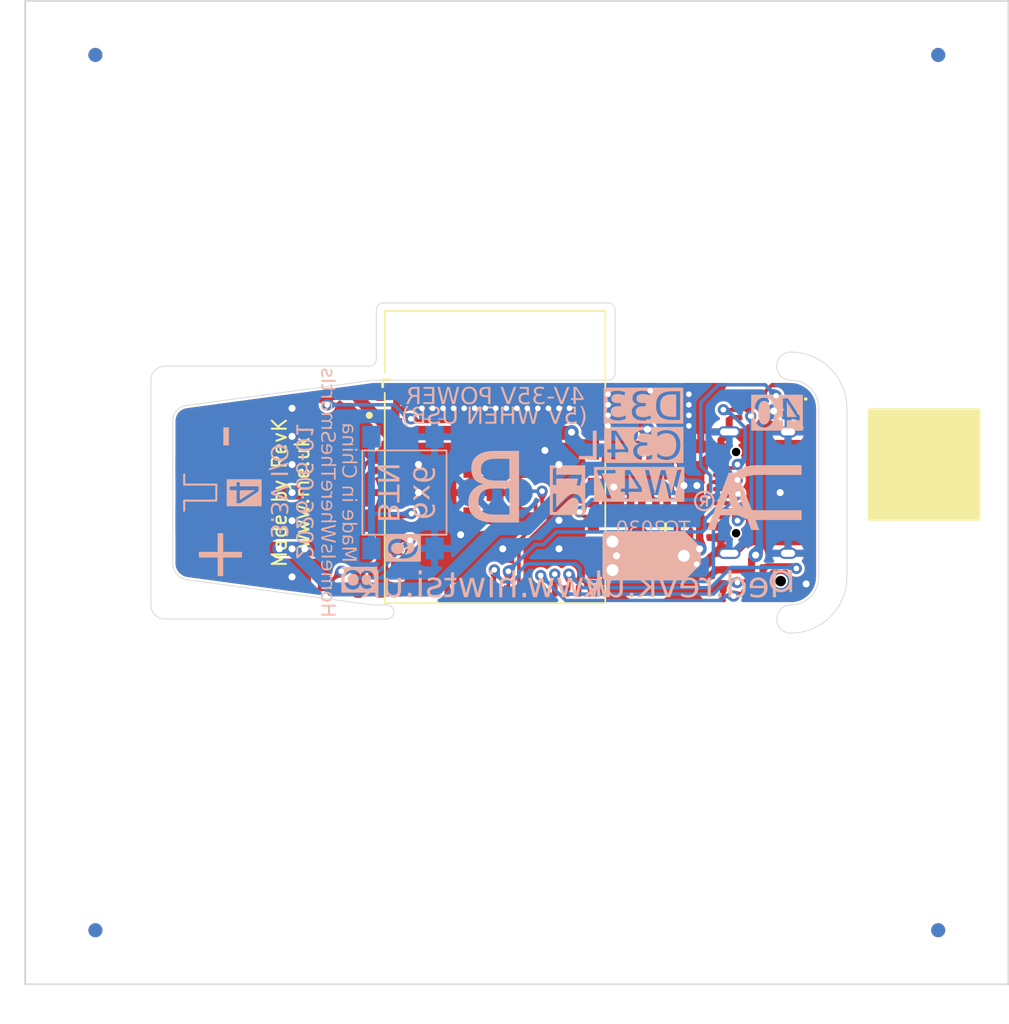
<source format=kicad_pcb>
(kicad_pcb (version 20241129) (generator "pcbnew") (generator_version "9.0")
  (title_block (title "PCB-LEDC") (rev "1") (company "Adrian Kennard, Andrews & Arnold Ltd"))
  (layers (0 "F.Cu" signal) (2 "B.Cu" signal) (13 "F.Paste" user) (15 "B.Paste" user) (5 "F.SilkS" user "F.Silkscreen") (7 "B.SilkS" user "B.Silkscreen") (1 "F.Mask" user) (3 "B.Mask" user) (25 "Edge.Cuts" user))
  (net 0 "")
  (net 1 "GND")
  (net 2 "+3V3")
  (net 3 "Net-(J5-CC1)")
  (net 4 "D+")
  (net 5 "D-")
  (net 7 "Net-(J5-CC2)")
  (net 9 "Net-(U6-EN)")
  (net 20 "LED")
  (net 24 "BLINK")
  (net 26 "DC")
  (net 28 "Net-(J1-Pin_2)")
  (net 34 "ADC")
  (net 42 "WS")
  (net 43 "SD")
  (net 44 "SCK")
  (net 51 "PUSH")
  (footprint "RevK:L_4x4_" (layer "F.Cu") (at 109.4 94.175 180)
    (property "Reference" "L2" (hide yes))
    (property "Value" "10uH")
  )
  (footprint "RevK:DFN1006-2L" (layer "F.Cu") (at 89.8 98 -90)
    (property "Reference" "D2" (hide yes))
    (property "Value" "~")
  )
  (footprint "RevK:R_0402_" (layer "F.Cu") (at 111.2 100.675 180)
    (property "Reference" "R15" (hide yes))
    (property "Value" "1M" (hide yes))
  )
  (footprint "RevK:R_0402" (layer "F.Cu") (at 87.4 106.9 180)
    (property "Reference" "R1" (hide yes))
    (property "Value" "124K" (hide yes))
  )
  (footprint "RevK:R_0402" (layer "F.Cu") (at 85.6 106.7 180)
    (property "Reference" "R3" (hide yes))
    (property "Value" "10K" (hide yes))
  )
  (footprint "RevK:C_0603_" (layer "F.Cu") (at 109.4 96.775 180)
    (property "Reference" "C12" (hide yes))
    (property "Value" "100nF")
  )
  (footprint "RevK:C_0603" (layer "F.Cu") (at 112.196219 101.967758)
    (property "Reference" "C5" (hide yes))
    (property "Value" "10uF 35V")
  )
  (footprint "RevK:C_0402" (layer "F.Cu") (at 113.8 106.4 90)
    (property "Reference" "C13" (hide yes))
    (property "Value" "100nF" (hide yes))
  )
  (footprint "RevK:VCUT70N" (layer "F.Cu") (at 100 92)
    (property "Reference" "V1" (hide yes))
    (property "Value" "~")
  )
  (footprint "RevK:C_0402" (layer "F.Cu") (at 114.7 106 90)
    (property "Reference" "C8" (hide yes))
    (property "Value" "100nF" (hide yes))
  )
  (footprint "RevK:R_0402" (layer "F.Cu") (at 87.4 93.1 180)
    (property "Reference" "R2" (hide yes))
    (property "Value" "10K" (hide yes))
  )
  (footprint "RevK:CP_EIA-3528-21_Kemet-B" (layer "F.Cu") (at 109.24 104.9 90)
    (property "Reference" "C1" (hide yes))
    (property "Value" "220uF Tant")
  )
  (footprint "RevK:C_0402" (layer "F.Cu") (at 117.5 93.5 90)
    (property "Reference" "C4" (hide yes))
    (property "Value" "100nF" (hide yes))
  )
  (footprint "RevK:R_0402_" (layer "F.Cu") (at 107.599999 100.675 180)
    (property "Reference" "R14" (hide yes))
    (property "Value" "39k2" (hide yes))
  )
  (footprint "RevK:C_0603" (layer "F.Cu") (at 89.5 107)
    (property "Reference" "C6" (hide yes))
    (property "Value" "10uF 35V")
  )
  (footprint "RevK:USB-C-Socket-H" (layer "F.Cu") (at 115.61 100 90)
    (property "Reference" "J5" (hide yes))
    (property "Value" "USB-C-Socket-H")
  )
  (footprint "RevK:R_0402_" (layer "F.Cu") (at 109.4 100.675 180)
    (property "Reference" "R4" (hide yes))
    (property "Value" "124k" (hide yes))
  )
  (footprint "RevK:SMD1010" (layer "F.Cu") (at 119.7 93.601041 -135)
    (property "Reference" "D1" (hide yes))
    (property "Value" "XL-1010RGBC-WS2812B" (hide yes))
  )
  (footprint "RevK:C_0402" (layer "F.Cu") (at 85.6 93.3 180)
    (property "Reference" "C9" (hide yes))
    (property "Value" "1uF" (hide yes))
  )
  (footprint "RevK:VCUT70N" (layer "F.Cu") (at 100 108 180)
    (property "Reference" "V2" (hide yes))
    (property "Value" "~")
  )
  (footprint "RevK:PCB7070" (layer "F.Cu") (at 100 100)
    (property "Reference" "PCB1" (hide yes))
    (property "Value" "70x70" (hide yes))
    (fp_line (start -35 -35) (end 35 -35) (stroke (width 0.12)) (layer "Edge.Cuts"))
    (fp_line (start -35 35) (end -35 -35) (stroke (width 0.12)) (layer "Edge.Cuts"))
    (fp_line (start 35 -35) (end 35 35) (stroke (width 0.12)) (layer "Edge.Cuts"))
    (fp_line (start 35 35) (end -35 35) (stroke (width 0.12)) (layer "Edge.Cuts"))
  )
  (footprint "RevK:SOT-23-6-MD8942" (layer "F.Cu") (at 109.4 98.775 180)
    (property "Reference" "U7" (hide yes))
    (property "Value" "MD8942")
  )
  (footprint "RevK:C_0603" (layer "F.Cu") (at 107.65 101.9 180)
    (property "Reference" "C3" (hide yes))
    (property "Value" "22uF")
  )
  (footprint "RevK:R_0402" (layer "F.Cu") (at 116.5 93.5 90)
    (property "Reference" "R5" (hide yes))
    (property "Value" "5K1" (hide yes))
  )
  (footprint "RevK:ICS43434_MEMS_Mic" (layer "F.Cu") (at 118 106.3)
    (property "Reference" "U1" (hide yes))
    (property "Value" "ICS43434_MEMS_Mic")
  )
  (footprint "RevK:C_0603_" (layer "F.Cu") (at 111.9 97.475 -90)
    (property "Reference" "C10" (hide yes))
    (property "Value" "10uF 35V")
  )
  (footprint "RevK:C_0402" (layer "F.Cu") (at 109.896745 101.979436)
    (property "Reference" "C2" (hide yes))
    (property "Value" "100nF" (hide yes))
  )
  (footprint "RevK:R_0402" (layer "F.Cu") (at 115.6 93.5 -90)
    (property "Reference" "R6" (hide yes))
    (property "Value" "5K1" (hide yes))
  )
  (footprint "RevK:C_0603" (layer "F.Cu") (at 89.5 93)
    (property "Reference" "C7" (hide yes))
    (property "Value" "10uF 35V")
  )
  (footprint "RevK:C_0603_" (layer "F.Cu") (at 106.9 97.475 -90)
    (property "Reference" "C11" (hide yes))
    (property "Value" "10uF 6.3V")
  )
  (footprint "RevK:C_0603" (layer "F.Cu") (at 113.1 97.5 90)
    (property "Reference" "C14" (hide yes))
    (property "Value" "10uF 35V")
  )
  (footprint "RevK:ESP32-S3-MINI-1" (layer "F.Cu") (at 98.45 100)
    (property "Reference" "U6" (hide yes))
    (property "Value" "ESP32-S3-MINI-1" (hide yes))
  )
  (footprint "RevK:WAGO-2060-453-998-404" (layer "F.Cu") (at 83.5 100)
    (property "Reference" "J2" (hide yes))
    (property "Value" "Wago")
  )
  (footprint "RevK:SW_Push_1P1T_NO_6x6mm" (layer "B.Cu") (at 91.9 100 -90)
    (property "Reference" "SW1" (hide yes))
    (property "Value" "Button")
  )
  (footprint "RevK:AA-Pad" (layer "B.Cu") (at 98.45 100 180)
    (property "Reference" "J1" (hide yes))
    (property "Value" "Reset")
  )
  (footprint "RevK:Tag-Connect_TC2030-IDC-NL_2x03_P1.27mm_Vertical" (layer "B.Cu") (at 109.35 104.5 180)
    (property "Reference" "J3" (hide yes))
    (property "Value" "TC2030-USB-NL-DS")
  )
  (gr_rect (start 125 94) (end 133 102) (fill yes) (layer "F.SilkS"))
  (gr_line (start 119.5 107) (end 119.5 105.6) (stroke (width 0.2)) (layer "B.SilkS"))
  (gr_rect (start 89 97) (end 95 103) (stroke (width 0.12)) (fill no) (layer "B.SilkS"))
  (gr_circle (center 118.8 106.3) (end 119.5 106.3) (stroke (width 0.2)) (fill no) (layer "B.SilkS"))
  (gr_line (start 107 87) (end 107 91.5) (stroke (width 0.05)) (layer "Edge.Cuts"))
  (gr_line (start 90.75 108) (end 89.750089 108) (stroke (width 0.05)) (layer "Edge.Cuts"))
  (gr_arc (start 90 90.5) (mid 89.853553 90.853553) (end 89.5 91) (stroke (width 0.05)) (layer "Edge.Cuts"))
  (gr_arc (start 119.5 110) (mid 118.5 109) (end 119.5 108) (stroke (width 0.05)) (layer "Edge.Cuts"))
  (gr_line (start 90.75 92) (end 89.750089 92) (stroke (width 0.05)) (layer "Edge.Cuts"))
  (gr_line (start 73.950089 92) (end 73.950089 108) (stroke (width 0.05)) (layer "Edge.Cuts"))
  (gr_line (start 89.750089 92) (end 76.470089 93.8) (stroke (width 0.05)) (layer "Edge.Cuts"))
  (gr_arc (start 90 87) (mid 90.146447 86.646447) (end 90.5 86.5) (stroke (width 0.05)) (layer "Edge.Cuts"))
  (gr_arc (start 123.5 106) (mid 122.328427 108.828427) (end 119.5 110) (stroke (width 0.05)) (layer "Edge.Cuts"))
  (gr_arc (start 106.5 86.5) (mid 106.853553 86.646447) (end 107 87) (stroke (width 0.05)) (layer "Edge.Cuts"))
  (gr_arc (start 119.5 92) (mid 120.914214 92.585786) (end 121.5 94) (stroke (width 0.05)) (layer "Edge.Cuts"))
  (gr_arc (start 75.5 94.91) (mid 75.776698 94.172913) (end 76.470089 93.8) (stroke (width 0.05)) (layer "Edge.Cuts"))
  (gr_line (start 89.750089 108) (end 76.533663 106.205556) (stroke (width 0.05)) (layer "Edge.Cuts"))
  (gr_line (start 90.75 109) (end 74.950089 109) (stroke (width 0.05)) (layer "Edge.Cuts"))
  (gr_arc (start 119.5 92) (mid 118.5 91) (end 119.5 90) (stroke (width 0.05)) (layer "Edge.Cuts"))
  (gr_line (start 75.95 91) (end 74.950089 91) (stroke (width 0.05)) (layer "Edge.Cuts"))
  (gr_arc (start 90.75 108) (mid 91.25 108.5) (end 90.75 109) (stroke (width 0.05)) (layer "Edge.Cuts"))
  (gr_arc (start 121.5 106) (mid 120.914214 107.414214) (end 119.5 108) (stroke (width 0.05)) (layer "Edge.Cuts"))
  (gr_arc (start 76.533663 106.205556) (mid 75.794902 105.808232) (end 75.500089 105.022916) (stroke (width 0.05)) (layer "Edge.Cuts"))
  (gr_line (start 121.5 94) (end 121.5 106) (stroke (width 0.05)) (layer "Edge.Cuts"))
  (gr_arc (start 73.950089 92) (mid 74.242982 91.292889) (end 74.950089 91) (stroke (width 0.05)) (layer "Edge.Cuts"))
  (gr_line (start 90.75 92) (end 106.5 92) (stroke (width 0.05)) (layer "Edge.Cuts"))
  (gr_line (start 89.5 91) (end 75.95 91) (stroke (width 0.05)) (layer "Edge.Cuts"))
  (gr_line (start 90.5 86.5) (end 106.5 86.5) (stroke (width 0.05)) (layer "Edge.Cuts"))
  (gr_line (start 123.5 106) (end 123.5 94) (stroke (width 0.05)) (layer "Edge.Cuts"))
  (gr_arc (start 119.5 90) (mid 122.328427 91.171573) (end 123.5 94) (stroke (width 0.05)) (layer "Edge.Cuts"))
  (gr_line (start 90 87) (end 90 90.5) (stroke (width 0.05)) (layer "Edge.Cuts"))
  (gr_arc (start 74.950089 109) (mid 74.242989 108.707103) (end 73.950089 108) (stroke (width 0.05)) (layer "Edge.Cuts"))
  (gr_line (start 75.5 94.91) (end 75.500089 105.022916) (stroke (width 0.05)) (layer "Edge.Cuts"))
  (gr_arc (start 107 91.5) (mid 106.853553 91.853553) (end 106.5 92) (stroke (width 0.05)) (layer "Edge.Cuts"))
  (gr_text "Made by RevK\nwww.me.uk" (at 85.3 100 90) (layer "F.SilkS") (effects (font (size 1 1)) (justify bottom)))
  (gr_text "HomeIsWhereTheSmartIs" (at 86.5 100 -90) (layer "B.SilkS") (effects (font (size 1 1)) (justify mirror)))
  (gr_text "3.3V I/O" (at 83 99.9 -90) (layer "B.SilkS") (effects (font (size 1.2 1.2)) (justify mirror)))
  (gr_text "C34" (at 111.8 96.8 0) (layer "B.SilkS" knockout) (effects (font (size 2 2)) (justify left mirror)))
  (gr_text "D33" (at 111.9 94 0) (layer "B.SilkS" knockout) (effects (font (size 2 2)) (justify left mirror)))
  (gr_text "4V-35V POWER" (at 98.45 92.5 0) (layer "B.SilkS") (effects (font (size 1.2 1.2)) (justify top mirror)))
  (gr_text "${CURRENT_DATE}" (at 85.5 99.9 -90) (layer "B.SilkS") (effects (font (size 1.2 1.2)) (justify top mirror)))
  (gr_text "6x6\nBTN" (at 92 100 270) (layer "B.SilkS") (effects (font (size 1.5 1.5)) (justify mirror)))
  (gr_text "+" (at 78.9 104.5 0) (layer "B.SilkS") (effects (font (size 3.5 3.5)) (justify mirror)))
  (gr_text "U" (at 117.25 100 -90) (layer "B.SilkS") (effects (font (size 5 5)) (justify mirror)))
  (gr_text "21" (at 103.4 99.8 -90) (layer "B.SilkS" knockout) (effects (font (size 2 2)) (justify mirror)))
  (gr_text "4" (at 80.4 100 -90) (layer "B.SilkS" knockout) (effects (font (size 2 2)) (justify mirror)))
  (gr_text "®" (at 114.3 101.2 0) (layer "B.SilkS") (effects (font (size 1 1)) (justify left bottom mirror)))
  (gr_text "led.revk.uk" (at 111.7 106.7 0) (layer "B.SilkS") (effects (font (size 1.8 1.8)) (justify mirror)))
  (gr_text "-" (at 79.2 96 90) (layer "B.SilkS") (effects (font (size 3.5 3.5)) (justify mirror)))
  (gr_text "W47" (at 111.8 99.6 0) (layer "B.SilkS" knockout) (effects (font (size 2 2)) (justify left mirror)))
  (gr_text "L" (at 104.4 96.8 0) (layer "B.SilkS") (effects (font (size 2 2)) (justify right mirror)))
  (gr_text "Made in China" (at 88 100 -90) (layer "B.SilkS") (effects (font (size 1 1)) (justify mirror)))
  (gr_text "8" (at 88.6 106.2 -90) (layer "B.SilkS" knockout) (effects (font (size 2 2)) (justify mirror)))
  (gr_text "TC2030" (at 109.7 102.6 0) (layer "B.SilkS") (effects (font (size 1 1)) (justify mirror)))
  (gr_text "(5V WHEN USB)" (at 98.4 93.9 0) (layer "B.SilkS") (effects (font (size 1.2 1.2)) (justify top mirror)))
  (gr_text "⎍" (at 77.7 100 -90) (layer "B.SilkS") (effects (font (size 3 3)) (justify mirror)))
  (gr_text "40" (at 118.5 94.5 0) (layer "B.SilkS" knockout) (effects (font (size 2 2)) (justify mirror)))
  (gr_text "www.hiwtsi.uk" (at 97.9 106.7 0) (layer "B.SilkS") (effects (font (size 1.8 1.8)) (justify mirror)))
  (gr_text "A" (at 115.4 101 0) (layer "B.SilkS") (effects (font (size 4 4)) (justify mirror)))
  (gr_text "6" (at 91.7 104 270) (layer "B.SilkS" knockout) (effects (font (size 2 2)) (justify mirror)))
  (segment (start 111.09 104.168629) (end 111.09 104.89) (width 0.5) (layer "F.Cu") (net 1))
  (segment (start 106.45 93.75) (end 106.45 94.5) (width 0.8) (layer "F.Cu") (net 1))
  (segment (start 119.31 95.68) (end 119.31 99.44) (width 0.5) (layer "F.Cu") (net 1))
  (segment (start 111.421219 103.83741) (end 111.421219 101.967758) (width 0.5) (layer "F.Cu") (net 1))
  (segment (start 105.45 96.6) (end 104.65 96.6) (width 0.8) (layer "F.Cu") (net 1))
  (segment (start 120.480992 92.830294) (end 121.066156 93.415458) (width 0.25) (layer "F.Cu") (net 1))
  (segment (start 106.45 95.538088) (end 106.238088 95.75) (width 0.8) (layer "F.Cu") (net 1))
  (segment (start 105.45 93) (end 106.2 93) (width 0.8) (layer "F.Cu") (net 1))
  (segment (start 114.1 106.9) (end 109.7025 106.9) (width 0.5) (layer "F.Cu") (net 1))
  (segment (start 106.238088 95.75) (end 105.45 95.75) (width 0.8) (layer "F.Cu") (net 1))
  (segment (start 114.54 103.2) (end 114.54 103.86) (width 0.5) (layer "F.Cu") (net 1))
  (segment (start 121.066308 93.415791) (end 121.1 93.530535) (width 0.25) (layer "F.Cu") (net 1))
  (segment (start 121.1 93.530535) (end 121.1 93.89) (width 0.25) (layer "F.Cu") (net 1))
  (segment (start 114.54 96.26) (end 115.12 95.68) (width 0.5) (layer "F.Cu") (net 1))
  (segment (start 111.09 104.89) (end 111.5 105.3) (width 0.5) (layer "F.Cu") (net 1))
  (segment (start 119.7 93) (end 119.025 92.325) (width 0.25) (layer "F.Cu") (net 1))
  (segment (start 111.5 105.3) (end 113.1 105.3) (width 0.5) (layer "F.Cu") (net 1))
  (segment (start 105.45 107) (end 108.6775 107) (width 0.5) (layer "F.Cu") (net 1))
  (segment (start 106.45 94.5) (end 106.45 95.25) (width 0.8) (layer "F.Cu") (net 1))
  (segment (start 105.45 95.75) (end 105.45 96.6) (width 0.8) (layer "F.Cu") (net 1))
  (segment (start 109.7025 106.9) (end 109.24 106.4375) (width 0.5) (layer "F.Cu") (net 1))
  (segment (start 121.1 93.89) (end 119.31 95.68) (width 0.25) (layer "F.Cu") (net 1))
  (segment (start 119.869706 92.830294) (end 120.480992 92.830294) (width 0.25) (layer "F.Cu") (net 1))
  (segment (start 121.066156 93.415458) (end 121.066308 93.415791) (width 0.25) (layer "F.Cu") (net 1))
  (segment (start 115.52 95.68) (end 118.75 98.91) (width 0.5) (layer "F.Cu") (net 1))
  (segment (start 116.5 93) (end 117.5 93) (width 0.5) (layer "F.Cu") (net 1))
  (segment (start 119.7 93) (end 119.869706 92.830294) (width 0.25) (layer "F.Cu") (net 1))
  (segment (start 114.54 96.8) (end 113.175 96.8) (width 0.5) (layer "F.Cu") (net 1))
  (segment (start 119.31 104.32) (end 119.31 100.56) (width 0.5) (layer "F.Cu") (net 1))
  (segment (start 114.54 103.74) (end 115.12 104.32) (width 0.5) (layer "F.Cu") (net 1))
  (segment (start 114.5 106.5) (end 114.1 106.9) (width 0.5) (layer "F.Cu") (net 1))
  (segment (start 115.52 104.32) (end 118.75 101.09) (width 0.5) (layer "F.Cu") (net 1))
  (segment (start 113.075 96.7) (end 113.1 96.725) (width 1) (layer "F.Cu") (net 1))
  (segment (start 118.175 92.325) (end 117.5 93) (width 0.25) (layer "F.Cu") (net 1))
  (segment (start 114.54 103.86) (end 113.9 104.5) (width 0.5) (layer "F.Cu") (net 1))
  (segment (start 119.025 92.325) (end 118.175 92.325) (width 0.25) (layer "F.Cu") (net 1))
  (segment (start 78.85 96) (end 88.1 96) (width 1) (layer "F.Cu") (net 1))
  (segment (start 106.45 95.25) (end 106.45 95.538088) (width 0.8) (layer "F.Cu") (net 1))
  (segment (start 106.2 93) (end 106.45 93.25) (width 0.8) (layer "F.Cu") (net 1))
  (segment (start 113.1 105.3) (end 113.9 104.5) (width 0.5) (layer "F.Cu") (net 1))
  (segment (start 110.396745 101.979436) (end 111.409541 101.979436) (width 0.5) (layer "F.Cu") (net 1))
  (segment (start 111.9 96.7) (end 113.075 96.7) (width 1) (layer "F.Cu") (net 1))
  (segment (start 113.9 104.5) (end 114.08 104.32) (width 0.5) (layer "F.Cu") (net 1))
  (segment (start 114.08 104.32) (end 115.12 104.32) (width 0.5) (layer "F.Cu") (net 1))
  (segment (start 108.6775 107) (end 109.24 106.4375) (width 0.5) (layer "F.Cu") (net 1))
  (segment (start 115.6 93) (end 116.5 93) (width 0.5) (layer "F.Cu") (net 1))
  (segment (start 106.45 93.25) (end 106.45 93.75) (width 0.8) (layer "F.Cu") (net 1))
  (segment (start 114.54 96.8) (end 114.54 96.26) (width 0.5) (layer "F.Cu") (net 1))
  (segment (start 114.54 103.2) (end 114.54 103.74) (width 0.5) (layer "F.Cu") (net 1))
  (segment (start 111.09 104.168629) (end 111.421219 103.83741) (width 0.5) (layer "F.Cu") (net 1))
  (via (at 107.1 104.5) (size 1) (drill 0.5) (layers "F.Cu" "B.Cu") (net 1))
  (via (at 84 96) (size 1) (drill 0.5) (layers "F.Cu" "B.Cu") (net 1))
  (via (at 118.75 100) (size 1) (drill 0.5) (layers "F.Cu" "B.Cu") (net 1))
  (via (at 95.5 94) (size 0.8) (drill 0.4) (layers "F.Cu" "B.Cu") (net 1))
  (via (at 103 94) (size 0.8) (drill 0.4) (layers "F.Cu" "B.Cu") (net 1))
  (via (at 112.25 94.5) (size 0.8) (drill 0.4) (layers "F.Cu" "B.Cu") (net 1))
  (via (at 112.25 95.25) (size 0.8) (drill 0.4) (layers "F.Cu" "B.Cu") (net 1))
  (via (at 96.25 94) (size 0.8) (drill 0.4) (layers "F.Cu" "B.Cu") (net 1))
  (via (at 97 94) (size 0.8) (drill 0.4) (layers "F.Cu" "B.Cu") (net 1))
  (via (at 106.5 94.5) (size 0.8) (drill 0.4) (layers "F.Cu" "B.Cu") (net 1))
  (via (at 103 104) (size 1) (drill 0.5) (layers "F.Cu" "B.Cu") (net 1))
  (via (at 112.8 105.1) (size 0.8) (drill 0.4) (layers "F.Cu" "B.Cu") (net 1))
  (via (at 99.25 94) (size 0.8) (drill 0.4) (layers "F.Cu" "B.Cu") (net 1))
  (via (at 112.25 93) (size 0.8) (drill 0.4) (layers "F.Cu" "B.Cu") (net 1))
  (via (at 97.75 94) (size 0.8) (drill 0.4) (layers "F.Cu" "B.Cu") (net 1))
  (via (at 94 94) (size 0.8) (drill 0.4) (layers "F.Cu" "B.Cu") (net 1))
  (via (at 103.75 94) (size 0.8) (drill 0.4) (layers "F.Cu" "B.Cu") (net 1))
  (via (at 93 100) (size 1) (drill 0.5) (layers "F.Cu" "B.Cu") (net 1))
  (via (at 98.5 94) (size 0.8) (drill 0.4) (layers "F.Cu" "B.Cu") (net 1))
  (via (at 106.5 95.25) (size 0.8) (drill 0.4) (layers "F.Cu" "B.Cu") (net 1))
  (via (at 93 98) (size 1) (drill 0.5) (layers "F.Cu" "B.Cu") (net 1))
  (via (at 84 94) (size 1) (drill 0.5) (layers "F.Cu" "B.Cu") (net 1))
  (via (at 99 104) (size 1) (drill 0.5) (layers "F.Cu" "B.Cu") (net 1))
  (via (at 120.6 106.5) (size 1) (drill 0.5) (layers "F.Cu" "B.Cu") (net 1))
  (via (at 96 103) (size 1) (drill 0.5) (layers "F.Cu" "B.Cu") (net 1))
  (via (at 84 98) (size 1) (drill 0.5) (layers "F.Cu" "B.Cu") (net 1))
  (via (at 102 97) (size 1) (drill 0.5) (layers "F.Cu" "B.Cu") (net 1))
  (via (at 106.5 93.75) (size 0.8) (drill 0.4) (layers "F.Cu" "B.Cu") (net 1))
  (via (at 84 102) (size 1) (drill 0.5) (layers "F.Cu" "B.Cu") (net 1))
  (via (at 102.25 94) (size 0.8) (drill 0.4) (layers "F.Cu" "B.Cu") (net 1))
  (via (at 112.25 93.75) (size 0.8) (drill 0.4) (layers "F.Cu" "B.Cu") (net 1))
  (via (at 103 98) (size 1) (drill 0.5) (layers "F.Cu" "B.Cu") (net 1))
  (via (at 109.5 92.75) (size 0.8) (drill 0.4) (layers "F.Cu" "B.Cu") (net 1))
  (via (at 103 101.975) (size 1) (drill 0.5) (layers "F.Cu" "B.Cu") (net 1))
  (via (at 106.5 93) (size 0.8) (drill 0.4) (layers "F.Cu" "B.Cu") (net 1))
  (via (at 94.75 94) (size 0.8) (drill 0.4) (layers "F.Cu" "B.Cu") (net 1))
  (via (at 93.25 94) (size 0.8) (drill 0.4) (layers "F.Cu" "B.Cu") (net 1))
  (via (at 100 94) (size 0.8) (drill 0.4) (layers "F.Cu" "B.Cu") (net 1))
  (via (at 106.9 99.6) (size 1) (drill 0.5) (layers "F.Cu" "B.Cu") (net 1))
  (via (at 101.5 94) (size 0.8) (drill 0.4) (layers "F.Cu" "B.Cu") (net 1))
  (via (at 84 106) (size 1) (drill 0.5) (layers "F.Cu" "B.Cu") (net 1))
  (via (at 100.75 94) (size 0.8) (drill 0.4) (layers "F.Cu" "B.Cu") (net 1))
  (segment (start 103.610396 104.5) (end 103.138562 104.028166) (width 0.5) (layer "B.Cu") (net 1))
  (segment (start 107.1 104.5) (end 107.98 104.5) (width 0.5) (layer "B.Cu") (net 1))
  (segment (start 107.98 104.5) (end 108.08 104.6) (width 0.5) (layer "B.Cu") (net 1))
  (segment (start 107.1 104.5) (end 103.610396 104.5) (width 0.5) (layer "B.Cu") (net 1))
  (segment (start 115.38 104.32) (end 116.2 103.5) (width 0.5) (layer "B.Cu") (net 1))
  (segment (start 114.982625 101.617375) (end 115.4 101.2) (width 0.25) (layer "B.Cu") (net 1))
  (segment (start 114.982625 104.182625) (end 114.982625 101.617375) (width 0.25) (layer "B.Cu") (net 1))
  (segment (start 115.4 101.2) (end 115.8 101.2) (width 0.25) (layer "B.Cu") (net 1))
  (segment (start 107.2 104.6) (end 107.1 104.5) (width 0.5) (layer "B.Cu") (net 1))
  (segment (start 108.08 104.6) (end 108.08 105.135) (width 1) (layer "B.Cu") (net 1))
  (segment (start 108.08 103.865) (end 108.08 104.6) (width 1) (layer "B.Cu") (net 1))
  (segment (start 119.830294 94.371788) (end 118.462641 94.371788) (width 0.25) (layer "F.Cu") (net 2))
  (segment (start 114.7 105.5) (end 116.611 105.5) (width 0.5) (layer "F.Cu") (net 2))
  (segment (start 90.75 95.75) (end 90.45 95.45) (width 0.8) (layer "F.Cu") (net 2))
  (segment (start 87.9 93.1) (end 88.625 93.1) (width 0.5) (layer "F.Cu") (net 2))
  (segment (start 109.225 95.5) (end 107.9 94.175) (width 1) (layer "F.Cu") (net 2))
  (segment (start 88.725 93.312094) (end 88.725 93) (width 0.8) (layer "F.Cu") (net 2))
  (segment (start 117.5 94) (end 118.090853 94) (width 0.25) (layer "F.Cu") (net 2))
  (segment (start 90.45 95.037094) (end 88.725 93.312094) (width 0.8) (layer "F.Cu") (net 2))
  (segment (start 108.425 101.9) (end 108.425 102.5475) (width 1) (layer "F.Cu") (net 2))
  (segment (start 91.45 95.75) (end 90.75 95.75) (width 0.8) (layer "F.Cu") (net 2))
  (segment (start 116.611 105.5) (end 116.711 105.4) (width 0.5) (layer "F.Cu") (net 2))
  (segment (start 109.317309 101.9) (end 109.396745 101.979436) (width 0.8) (layer "F.Cu") (net 2))
  (segment (start 114.2 105.5) (end 114.7 105.5) (width 0.5) (layer "F.Cu") (net 2))
  (segment (start 109.24 104.02995) (end 111.21005 106) (width 0.5) (layer "F.Cu") (net 2))
  (segment (start 109.396745 101.659437) (end 109.9 101.156182) (width 0.5) (layer "F.Cu") (net 2))
  (segment (start 109.9 101.156182) (end 109.9 100.675) (width 0.5) (layer "F.Cu") (net 2))
  (segment (start 118.462641 94.371788) (end 118.283734 94.192881) (width 0.25) (layer "F.Cu") (net 2))
  (segment (start 116.711 105.4) (end 116.711 104.739002) (width 0.5) (layer "F.Cu") (net 2))
  (segment (start 118.090853 94) (end 118.283734 94.192881) (width 0.25) (layer "F.Cu") (net 2))
  (segment (start 90.45 95.45) (end 90.45 95.037094) (width 0.8) (layer "F.Cu") (net 2))
  (segment (start 91.45 95.75) (end 93 95.75) (width 0.8) (layer "F.Cu") (net 2))
  (segment (start 113.7 106) (end 113.8 105.9) (width 0.5) (layer "F.Cu") (net 2))
  (segment (start 109.24 103.3625) (end 109.24 104.02995) (width 0.5) (layer "F.Cu") (net 2))
  (segment (start 109.396745 101.979436) (end 109.396745 101.659437) (width 0.5) (layer "F.Cu") (net 2))
  (segment (start 103.9 95.7) (end 103.85 95.75) (width 1) (layer "F.Cu") (net 2))
  (segment (start 108.425 102.5475) (end 109.24 103.3625) (width 1) (layer "F.Cu") (net 2))
  (segment (start 103.85 95.75) (end 93 95.75) (width 1) (layer "F.Cu") (net 2))
  (segment (start 108.425 101.9) (end 109.317309 101.9) (width 0.8) (layer "F.Cu") (net 2))
  (segment (start 111.21005 106) (end 113.7 106) (width 0.5) (layer "F.Cu") (net 2))
  (segment (start 109.3 95.5) (end 109.225 95.5) (width 1) (layer "F.Cu") (net 2))
  (segment (start 116.711 104.739002) (end 117 104.450002) (width 0.5) (layer "F.Cu") (net 2))
  (segment (start 113.8 105.9) (end 114.2 105.5) (width 0.5) (layer "F.Cu") (net 2))
  (via (at 117 104.450002) (size 1) (drill 0.5) (layers "F.Cu" "B.Cu") (net 2))
  (via (at 103.9 95.7) (size 1) (drill 0.5) (layers "F.Cu" "B.Cu") (net 2))
  (via (at 118.283734 94.192881) (size 1) (drill 0.5) (layers "F.Cu" "B.Cu") (net 2))
  (via (at 109.3 95.5) (size 1) (drill 0.5) (layers "F.Cu" "B.Cu") (net 2))
  (segment (start 108.75 97) (end 109.3 96.45) (width 1) (layer "B.Cu") (net 2))
  (segment (start 103.9 95.7) (end 103.9 96.15) (width 1) (layer "B.Cu") (net 2))
  (segment (start 104.75 97) (end 108.75 97) (width 1) (layer "B.Cu") (net 2))
  (segment (start 109.3 96.45) (end 109.3 95.5) (width 1) (layer "B.Cu") (net 2))
  (segment (start 117 104.450002) (end 117.27 104.180002) (width 0.5) (layer "B.Cu") (net 2))
  (segment (start 103.9 96.15) (end 104.75 97) (width 1) (layer "B.Cu") (net 2))
  (segment (start 117.27 95.206615) (end 118.283734 94.192881) (width 0.5) (layer "B.Cu") (net 2))
  (segment (start 117.27 104.180002) (end 117.27 95.206615) (width 0.5) (layer "B.Cu") (net 2))
  (segment (start 115.707625 101.779861) (end 115.707625 101.999735) (width 0.25) (layer "F.Cu") (net 3))
  (segment (start 114.54 101.25) (end 115.177764 101.25) (width 0.25) (layer "F.Cu") (net 3))
  (segment (start 116.5 94.403683) (end 116.647514 94.551197) (width 0.25) (layer "F.Cu") (net 3))
  (segment (start 115.177764 101.25) (end 115.707625 101.779861) (width 0.25) (layer "F.Cu") (net 3))
  (segment (start 116.5 94) (end 116.5 94.403683) (width 0.25) (layer "F.Cu") (net 3))
  (via (at 116.647514 94.551197) (size 0.8) (drill 0.4) (layers "F.Cu" "B.Cu") (net 3))
  (via (at 115.707625 101.999735) (size 0.8) (drill 0.4) (layers "F.Cu" "B.Cu") (net 3))
  (segment (start 116.647514 94.551197) (end 116.695 94.598683) (width 0.25) (layer "B.Cu") (net 3))
  (segment (start 116.695 94.598683) (end 116.695 101.305) (width 0.25) (layer "B.Cu") (net 3))
  (segment (start 116.000265 101.999735) (end 115.707625 101.999735) (width 0.25) (layer "B.Cu") (net 3))
  (segment (start 116.695 101.305) (end 116.000265 101.999735) (width 0.25) (layer "B.Cu") (net 3))
  (segment (start 113.902236 100.25) (end 114.54 100.25) (width 0.25) (layer "F.Cu") (net 4))
  (segment (start 114.54 99.25) (end 113.902236 99.25) (width 0.25) (layer "F.Cu") (net 4))
  (segment (start 114.54 99.25) (end 115.55 99.25) (width 0.25) (layer "F.Cu") (net 4))
  (segment (start 113.902236 99.25) (end 113.645 99.507236) (width 0.25) (layer "F.Cu") (net 4))
  (segment (start 113.645 99.507236) (end 113.645 99.992764) (width 0.25) (layer "F.Cu") (net 4))
  (segment (start 99.4 106.9) (end 99.3 107) (width 0.25) (layer "F.Cu") (net 4))
  (segment (start 99.4 105.6) (end 99.4 106.9) (width 0.25) (layer "F.Cu") (net 4))
  (segment (start 115.55 99.25) (end 115.7 99.1) (width 0.25) (layer "F.Cu") (net 4))
  (segment (start 113.645 99.992764) (end 113.902236 100.25) (width 0.25) (layer "F.Cu") (net 4))
  (via (at 115.7 99.1) (size 0.8) (drill 0.4) (layers "F.Cu" "B.Cu") (net 4))
  (via (at 99.4 105.6) (size 0.8) (drill 0.4) (layers "F.Cu" "B.Cu") (net 4))
  (segment (start 113.4 101.9) (end 114.8 100.5) (width 0.25) (layer "B.Cu") (net 4))
  (segment (start 109.3 102.8) (end 113.2 102.8) (width 0.25) (layer "B.Cu") (net 4))
  (segment (start 114.8 100) (end 115.7 99.1) (width 0.25) (layer "B.Cu") (net 4))
  (segment (start 102.8 102.8) (end 109.3 102.8) (width 0.25) (layer "B.Cu") (net 4))
  (segment (start 101.9 103.7) (end 102.8 102.8) (width 0.25) (layer "B.Cu") (net 4))
  (segment (start 113.4 102.6) (end 113.4 101.9) (width 0.25) (layer "B.Cu") (net 4))
  (segment (start 114.8 100.1) (end 114.8 100) (width 0.25) (layer "B.Cu") (net 4))
  (segment (start 109.35 103.865) (end 109.35 102.85) (width 0.25) (layer "B.Cu") (net 4))
  (segment (start 114.8 100.5) (end 114.8 100.1) (width 0.25) (layer "B.Cu") (net 4))
  (segment (start 109.35 102.85) (end 109.3 102.8) (width 0.25) (layer "B.Cu") (net 4))
  (segment (start 101.3 103.7) (end 101.9 103.7) (width 0.25) (layer "B.Cu") (net 4))
  (segment (start 113.2 102.8) (end 113.4 102.6) (width 0.25) (layer "B.Cu") (net 4))
  (segment (start 99.4 105.6) (end 101.3 103.7) (width 0.25) (layer "B.Cu") (net 4))
  (segment (start 115.5 100.072236) (end 115.5 100.427764) (width 0.25) (layer "F.Cu") (net 5))
  (segment (start 115.463882 100.036118) (end 115.5 100.072236) (width 0.25) (layer "F.Cu") (net 5))
  (segment (start 115.463882 100.036118) (end 115.527764 100.1) (width 0.25) (layer "F.Cu") (net 5))
  (segment (start 98.4 105.5) (end 98.4 106.95) (width 0.25) (layer "F.Cu") (net 5))
  (segment (start 114.54 99.75) (end 115.177764 99.75) (width 0.25) (layer "F.Cu") (net 5))
  (segment (start 115.5 100.427764) (end 115.177764 100.75) (width 0.25) (layer "F.Cu") (net 5))
  (segment (start 115.177764 100.75) (end 114.54 100.75) (width 0.25) (layer "F.Cu") (net 5))
  (segment (start 115.527764 100.1) (end 115.749998 100.1) (width 0.25) (layer "F.Cu") (net 5))
  (segment (start 115.177764 99.75) (end 115.463882 100.036118) (width 0.25) (layer "F.Cu") (net 5))
  (via (at 115.749998 100.1) (size 0.8) (drill 0.4) (layers "F.Cu" "B.Cu") (net 5))
  (via (at 98.4 105.5) (size 0.8) (drill 0.4) (layers "F.Cu" "B.Cu") (net 5))
  (segment (start 100.15 105.9) (end 99.7 106.35) (width 0.25) (layer "B.Cu") (net 5))
  (segment (start 104.5 105.4) (end 104.175 105.075) (width 0.25) (layer "B.Cu") (net 5))
  (segment (start 109.35 106.275) (end 109.4 106.325) (width 0.25) (layer "B.Cu") (net 5))
  (segment (start 100.725 105.075) (end 100.15 105.65) (width 0.25) (layer "B.Cu") (net 5))
  (segment (start 113.995 101.968604) (end 113.995 105.905) (width 0.25) (layer "B.Cu") (net 5))
  (segment (start 104.925 106.325) (end 104.5 105.9) (width 0.25) (layer "B.Cu") (net 5))
  (segment (start 98.4 105.7) (end 98.4 105.5) (width 0.25) (layer "B.Cu") (net 5))
  (segment (start 100.15 105.65) (end 100.15 105.9) (width 0.25) (layer "B.Cu") (net 5))
  (segment (start 104.5 105.9) (end 104.5 105.4) (width 0.25) (layer "B.Cu") (net 5))
  (segment (start 109.4 106.325) (end 104.925 106.325) (width 0.25) (layer "B.Cu") (net 5))
  (segment (start 104.175 105.075) (end 100.725 105.075) (width 0.25) (layer "B.Cu") (net 5))
  (segment (start 113.995 105.905) (end 113.575 106.325) (width 0.25) (layer "B.Cu") (net 5))
  (segment (start 113.575 106.325) (end 109.4 106.325) (width 0.25) (layer "B.Cu") (net 5))
  (segment (start 109.35 105.135) (end 109.35 106.275) (width 0.25) (layer "B.Cu") (net 5))
  (segment (start 99.05 106.35) (end 98.4 105.7) (width 0.25) (layer "B.Cu") (net 5))
  (segment (start 115.749998 100.213606) (end 113.995 101.968604) (width 0.25) (layer "B.Cu") (net 5))
  (segment (start 99.7 106.35) (end 99.05 106.35) (width 0.25) (layer "B.Cu") (net 5))
  (segment (start 115.749998 100.1) (end 115.749998 100.213606) (width 0.25) (layer "B.Cu") (net 5))
  (segment (start 115.45183 98.25) (end 115.701565 98.000265) (width 0.25) (layer "F.Cu") (net 7))
  (segment (start 114.7 94.1) (end 115.5 94.1) (width 0.25) (layer "F.Cu") (net 7))
  (segment (start 114.54 98.25) (end 115.45183 98.25) (width 0.25) (layer "F.Cu") (net 7))
  (via (at 115.701565 98.000265) (size 0.8) (drill 0.4) (layers "F.Cu" "B.Cu") (net 7))
  (via (at 114.7 94.1) (size 0.8) (drill 0.4) (layers "F.Cu" "B.Cu") (net 7))
  (segment (start 114.7 94.1) (end 114.965305 94.1) (width 0.25) (layer "B.Cu") (net 7))
  (segment (start 114.965305 94.1) (end 116.245 95.379695) (width 0.25) (layer "B.Cu") (net 7))
  (segment (start 116.245 97.45683) (end 115.701565 98.000265) (width 0.25) (layer "B.Cu") (net 7))
  (segment (start 116.245 95.379695) (end 116.245 97.45683) (width 0.25) (layer "B.Cu") (net 7))
  (segment (start 86.5 93.75) (end 86.5 93.3) (width 0.25) (layer "F.Cu") (net 9))
  (segment (start 86.7 93.3) (end 86.9 93.1) (width 0.5) (layer "F.Cu") (net 9))
  (segment (start 104.8 94.05) (end 105.45 94.05) (width 0.25) (layer "F.Cu") (net 9))
  (segment (start 92.450002 94.75) (end 92.5 94.75) (width 0.25) (layer "F.Cu") (net 9))
  (segment (start 104.1 94.75) (end 104.8 94.05) (width 0.25) (layer "F.Cu") (net 9))
  (segment (start 92.675 94.925) (end 103.525 94.925) (width 0.25) (layer "F.Cu") (net 9))
  (segment (start 86.5 93.3) (end 86.7 93.3) (width 0.5) (layer "F.Cu") (net 9))
  (segment (start 103.7 94.75) (end 104.1 94.75) (width 0.25) (layer "F.Cu") (net 9))
  (segment (start 92.5 94.75) (end 92.675 94.925) (width 0.25) (layer "F.Cu") (net 9))
  (segment (start 86.1 93.3) (end 86.5 93.3) (width 0.5) (layer "F.Cu") (net 9))
  (segment (start 103.525 94.925) (end 103.7 94.75) (width 0.25) (layer "F.Cu") (net 9))
  (via (at 92.450002 94.75) (size 0.8) (drill 0.4) (layers "F.Cu" "B.Cu") (net 9))
  (via (at 86.5 93.75) (size 0.8) (drill 0.4) (layers "F.Cu" "B.Cu") (net 9))
  (segment (start 92.450002 94.75) (end 92.25 94.75) (width 0.25) (layer "B.Cu") (net 9))
  (segment (start 92.25 94.75) (end 91.25 93.75) (width 0.25) (layer "B.Cu") (net 9))
  (segment (start 91.25 93.75) (end 86.5 93.75) (width 0.25) (layer "B.Cu") (net 9))
  (segment (start 84 100) (end 88.1 100) (width 1) (layer "F.Cu") (net 20))
  (segment (start 89.8 98.425) (end 88.225 100) (width 0.5) (layer "F.Cu") (net 20))
  (segment (start 78.85 100) (end 84 100) (width 1) (layer "F.Cu") (net 20))
  (segment (start 91.45 100) (end 88.1 100) (width 0.5) (layer "F.Cu") (net 20))
  (via (at 84 100) (size 1) (drill 0.5) (layers "F.Cu" "B.Cu") (net 20))
  (segment (start 104.464287 101.369841) (end 104.794446 101.7) (width 0.25) (layer "F.Cu") (net 24))
  (segment (start 119.098959 93.601041) (end 118.604397 93.106479) (width 0.25) (layer "F.Cu") (net 24))
  (segment (start 118.604397 93.106479) (end 118.456174 93.106479) (width 0.25) (layer "F.Cu") (net 24))
  (segment (start 104.794446 101.7) (end 105.45 101.7) (width 0.25) (layer "F.Cu") (net 24))
  (via (at 104.464287 101.369841) (size 0.8) (drill 0.4) (layers "F.Cu" "B.Cu") (net 24))
  (via (at 118.456174 93.106479) (size 0.8) (drill 0.4) (layers "F.Cu" "B.Cu") (net 24))
  (segment (start 118.456174 93.106479) (end 117.675695 92.326) (width 0.25) (layer "B.Cu") (net 24))
  (segment (start 113.1 98.1) (end 113.8 98.8) (width 0.25) (layer "B.Cu") (net 24))
  (segment (start 105.334128 100.5) (end 104.464287 101.369841) (width 0.25) (layer "B.Cu") (net 24))
  (segment (start 114.374 92.326) (end 113.1 93.6) (width 0.25) (layer "B.Cu") (net 24))
  (segment (start 117.675695 92.326) (end 114.374 92.326) (width 0.25) (layer "B.Cu") (net 24))
  (segment (start 113.8 98.8) (end 113.8 99.9) (width 0.25) (layer "B.Cu") (net 24))
  (segment (start 113.2 100.5) (end 105.334128 100.5) (width 0.25) (layer "B.Cu") (net 24))
  (segment (start 113.8 99.9) (end 113.2 100.5) (width 0.25) (layer "B.Cu") (net 24))
  (segment (start 113.1 93.6) (end 113.1 98.1) (width 0.25) (layer "B.Cu") (net 24))
  (segment (start 87.9 106.9) (end 88.625 106.9) (width 0.5) (layer "F.Cu") (net 26))
  (segment (start 112.819998 99.5) (end 112.819998 98.555002) (width 1) (layer "F.Cu") (net 26))
  (segment (start 112.819998 99.5) (end 112.819998 101.816537) (width 1) (layer "F.Cu") (net 26))
  (segment (start 114.54 97.6) (end 113.775 97.6) (width 0.5) (layer "F.Cu") (net 26))
  (segment (start 112.82 98.25) (end 111.9 98.25) (width 0.5) (layer "F.Cu") (net 26))
  (segment (start 113.075 98.25) (end 113.1 98.275) (width 1) (layer "F.Cu") (net 26))
  (segment (start 88.1 104) (end 83.9 104) (width 1) (layer "F.Cu") (net 26))
  (segment (start 88.725 104.625) (end 88.1 104) (width 1) (layer "F.Cu") (net 26))
  (segment (start 114.54 102.4) (end 113.403461 102.4) (width 0.5) (layer "F.Cu") (net 26))
  (segment (start 113.775 97.6) (end 113.1 98.275) (width 0.5) (layer "F.Cu") (net 26))
  (segment (start 88.725 107) (end 88.725 104.625) (width 1) (layer "F.Cu") (net 26))
  (segment (start 113.47 97.6) (end 112.82 98.25) (width 0.5) (layer "F.Cu") (net 26))
  (segment (start 113.403461 102.4) (end 112.971219 101.967758) (width 0.5) (layer "F.Cu") (net 26))
  (segment (start 114.54 97.6) (end 113.47 97.6) (width 0.5) (layer "F.Cu") (net 26))
  (segment (start 112.971219 101.946219) (end 111.7 100.675) (width 0.5) (layer "F.Cu") (net 26))
  (segment (start 112.819998 98.555002) (end 113.1 98.275) (width 1) (layer "F.Cu") (net 26))
  (segment (start 78.85 104) (end 83.9 104) (width 1) (layer "F.Cu") (net 26))
  (segment (start 112.819998 101.816537) (end 112.971219 101.967758) (width 1) (layer "F.Cu") (net 26))
  (segment (start 113.015871 104.006564) (end 113.015871 102.01241) (width 0.5) (layer "F.Cu") (net 26))
  (segment (start 111.9 98.25) (end 113.075 98.25) (width 1) (layer "F.Cu") (net 26))
  (via (at 111.9 99.5) (size 1) (drill 0.5) (layers "F.Cu" "B.Cu") (net 26))
  (via (at 112.819998 99.5) (size 1) (drill 0.5) (layers "F.Cu" "B.Cu") (net 26))
  (via (at 84 104) (size 1) (drill 0.5) (layers "F.Cu" "B.Cu") (net 26))
  (via (at 84.9 104) (size 1) (drill 0.5) (layers "F.Cu" "B.Cu") (net 26))
  (via (at 83.1 104) (size 1) (drill 0.5) (layers "F.Cu" "B.Cu") (net 26))
  (via (at 113.015871 104.006564) (size 1) (drill 0.5) (layers "F.Cu" "B.Cu") (net 26))
  (segment (start 110.62 103.865) (end 111.013699 103.471301) (width 0.5) (layer "B.Cu") (net 26))
  (segment (start 98.572182 102.527818) (end 100.727818 102.527818) (width 1) (layer "B.Cu") (net 26))
  (segment (start 94.208062 106.891938) (end 98.572182 102.527818) (width 1) (layer "B.Cu") (net 26))
  (segment (start 84.9 104) (end 83.1 104) (width 1) (layer "B.Cu") (net 26))
  (segment (start 89 106.891938) (end 86.891938 106.891938) (width 1) (layer "B.Cu") (net 26))
  (segment (start 104.955636 98.3) (end 110.7 98.3) (width 1) (layer "B.Cu") (net 26))
  (segment (start 100.727818 102.527818) (end 104.955636 98.3) (width 1) (layer "B.Cu") (net 26))
  (segment (start 110.62 103.865) (end 110.62 105.135) (width 1) (layer "B.Cu") (net 26))
  (segment (start 111.9 99.5) (end 112.819998 99.5) (width 1) (layer "B.Cu") (net 26))
  (segment (start 111.013699 103.471301) (end 112.480608 103.471301) (width 0.5) (layer "B.Cu") (net 26))
  (segment (start 86.891938 106.891938) (end 84 104) (width 1) (layer "B.Cu") (net 26))
  (segment (start 110.7 98.3) (end 111.9 99.5) (width 1) (layer "B.Cu") (net 26))
  (segment (start 89 106.891938) (end 94.208062 106.891938) (width 1) (layer "B.Cu") (net 26))
  (segment (start 112.480608 103.471301) (end 113.015871 104.006564) (width 0.5) (layer "B.Cu") (net 26))
  (segment (start 100.15 107) (end 100.15 103.45) (width 0.25) (layer "F.Cu") (net 28))
  (segment (start 100.15 103.45) (end 101.8 101.8) (width 0.25) (layer "F.Cu") (net 28))
  (segment (start 101.8 101.8) (end 101.8 99.9) (width 0.25) (layer "F.Cu") (net 28))
  (via (at 101.8 99.9) (size 0.8) (drill 0.4) (layers "F.Cu" "B.Cu") (net 28))
  (segment (start 101.8 99.9) (end 100.24 99.9) (width 0.25) (layer "B.Cu") (net 28))
  (segment (start 86.7 106.7) (end 86.9 106.9) (width 0.5) (layer "F.Cu") (net 34))
  (segment (start 92.4 103.4) (end 91.45 103.4) (width 0.25) (layer "F.Cu") (net 34))
  (segment (start 86.9 106.2) (end 87.5 105.6) (width 0.25) (layer "F.Cu") (net 34))
  (segment (start 86.1 106.7) (end 86.7 106.7) (width 0.5) (layer "F.Cu") (net 34))
  (segment (start 86.9 106.9) (end 86.9 106.2) (width 0.25) (layer "F.Cu") (net 34))
  (via (at 92.4 103.4) (size 0.8) (drill 0.4) (layers "F.Cu" "B.Cu") (net 34))
  (via (at 87.5 105.6) (size 0.8) (drill 0.4) (layers "F.Cu" "B.Cu") (net 34))
  (segment (start 90.2 105.6) (end 92.4 103.4) (width 0.25) (layer "B.Cu") (net 34))
  (segment (start 87.5 105.6) (end 90.2 105.6) (width 0.25) (layer "B.Cu") (net 34))
  (segment (start 116.711 107.2) (end 115.600936 107.2) (width 0.25) (layer "F.Cu") (net 42))
  (segment (start 101.7 105.9) (end 101.7 106.85) (width 0.25) (layer "F.Cu") (net 42))
  (segment (start 115.600936 107.2) (end 115.430936 107.37) (width 0.25) (layer "F.Cu") (net 42))
  (segment (start 101.7 106.85) (end 101.85 107) (width 0.25) (layer "F.Cu") (net 42))
  (via (at 101.7 105.9) (size 0.8) (drill 0.4) (layers "F.Cu" "B.Cu") (net 42))
  (via (at 115.430936 107.37) (size 0.8) (drill 0.4) (layers "F.Cu" "B.Cu") (net 42))
  (segment (start 114.525 107.675) (end 114.83 107.37) (width 0.25) (layer "B.Cu") (net 42))
  (segment (start 103.475 107.675) (end 114.525 107.675) (width 0.25) (layer "B.Cu") (net 42))
  (segment (start 114.83 107.37) (end 115.430936 107.37) (width 0.25) (layer "B.Cu") (net 42))
  (segment (start 101.7 105.9) (end 103.475 107.675) (width 0.25) (layer "B.Cu") (net 42))
  (segment (start 102.7 105.8) (end 102.7 107) (width 0.25) (layer "F.Cu") (net 43))
  (segment (start 115.8 106.3) (end 115.7 106.4) (width 0.25) (layer "F.Cu") (net 43))
  (segment (start 116.711 106.3) (end 115.8 106.3) (width 0.25) (layer "F.Cu") (net 43))
  (via (at 115.7 106.4) (size 0.8) (drill 0.4) (layers "F.Cu" "B.Cu") (net 43))
  (via (at 102.7 105.8) (size 0.8) (drill 0.4) (layers "F.Cu" "B.Cu") (net 43))
  (segment (start 114.825 106.4) (end 114 107.225) (width 0.25) (layer "B.Cu") (net 43))
  (segment (start 102.7 106.2) (end 102.7 105.8) (width 0.25) (layer "B.Cu") (net 43))
  (segment (start 114 107.225) (end 103.725 107.225) (width 0.25) (layer "B.Cu") (net 43))
  (segment (start 115.7 106.4) (end 114.825 106.4) (width 0.25) (layer "B.Cu") (net 43))
  (segment (start 103.725 107.225) (end 102.7 106.2) (width 0.25) (layer "B.Cu") (net 43))
  (segment (start 119.652881 105.152881) (end 119.9 105.4) (width 0.25) (layer "F.Cu") (net 44))
  (segment (start 103.7 106.85) (end 103.55 107) (width 0.25) (layer "F.Cu") (net 44))
  (segment (start 117.780119 105.152881) (end 119.652881 105.152881) (width 0.25) (layer "F.Cu") (net 44))
  (segment (start 117.533 105.4) (end 117.780119 105.152881) (width 0.25) (layer "F.Cu") (net 44))
  (segment (start 103.7 105.8) (end 103.7 106.85) (width 0.25) (layer "F.Cu") (net 44))
  (via (at 103.7 105.8) (size 0.8) (drill 0.4) (layers "F.Cu" "B.Cu") (net 44))
  (via (at 119.9 105.4) (size 0.8) (drill 0.4) (layers "F.Cu" "B.Cu") (net 44))
  (segment (start 104.675 106.775) (end 113.8 106.775) (width 0.25) (layer "B.Cu") (net 44))
  (segment (start 119.826582 105.326582) (end 119.9 105.4) (width 0.25) (layer "B.Cu") (net 44))
  (segment (start 115.248418 105.326582) (end 119.826582 105.326582) (width 0.25) (layer "B.Cu") (net 44))
  (segment (start 103.7 105.8) (end 104.675 106.775) (width 0.25) (layer "B.Cu") (net 44))
  (segment (start 113.8 106.775) (end 115.248418 105.326582) (width 0.25) (layer "B.Cu") (net 44))
  (segment (start 92.3 101.7) (end 91.45 101.7) (width 0.25) (layer "F.Cu") (net 51))
  (segment (start 92.5 101.5) (end 92.3 101.7) (width 0.25) (layer "F.Cu") (net 51))
  (via (at 92.5 101.5) (size 0.8) (drill 0.4) (layers "F.Cu" "B.Cu") (net 51))
  (segment (start 89.65 101.5) (end 92.5 101.5) (width 0.25) (layer "B.Cu") (net 51))
  (segment (start 89.65 101.5) (end 89.65 103.975) (width 0.5) (layer "B.Cu") (net 51))
  (segment (start 89.65 96.025) (end 89.65 101.5) (width 0.5) (layer "B.Cu") (net 51))
  (zone (net 26) (net_name "DC") (layer "F.Cu") (priority 1) (connect_pads (clearance 0.2)) (min_thickness 0.25) (fill yes (thermal_gap 0.5) (thermal_bridge_width 0.5))
    (polygon (pts (xy 111.4 97.2) (xy 113.9 97.2) (xy 113.91 102.683999) (xy 111.4 101)))
  )
  (zone (net 1) (net_name "GND") (layers "F&B.Cu") (connect_pads (clearance 0.2)) (min_thickness 0.25) (fill yes (thermal_gap 0.5) (thermal_bridge_width 0.5))
    (polygon (pts (xy 75.5 92) (xy 121.6 92) (xy 121.6 108) (xy 75.5 108)))
  )
)
</source>
